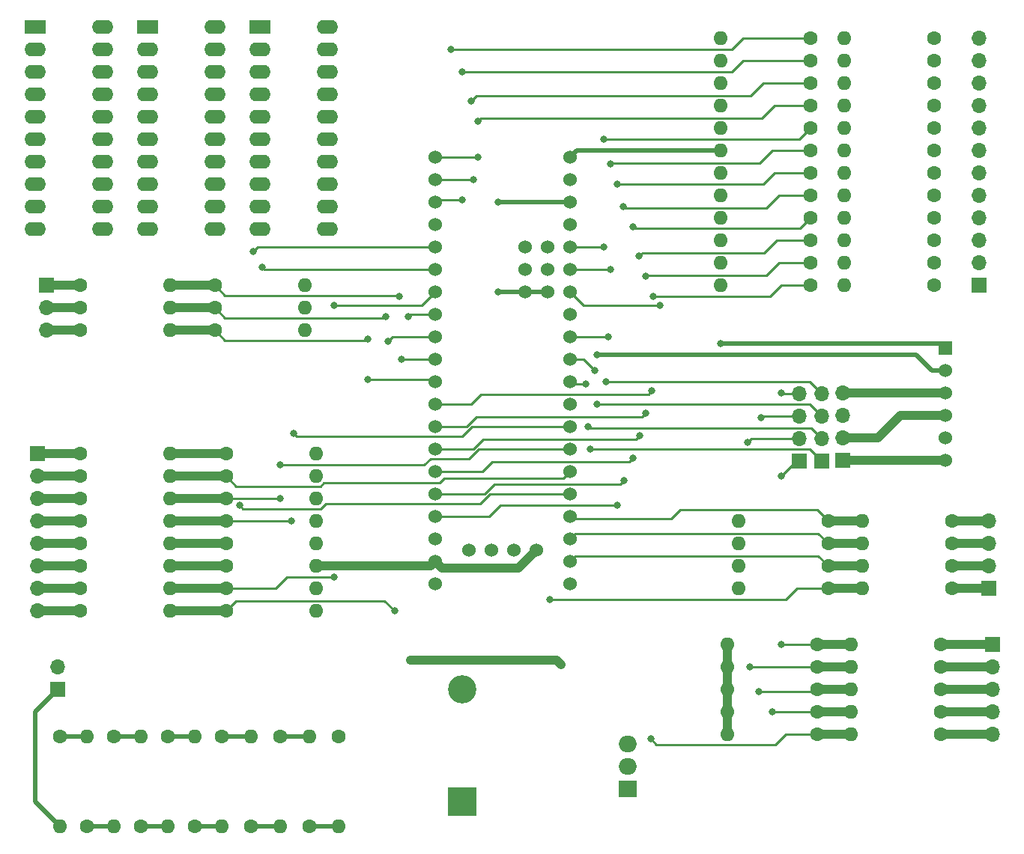
<source format=gbr>
%TF.GenerationSoftware,KiCad,Pcbnew,5.1.6-c6e7f7d~86~ubuntu16.04.1*%
%TF.CreationDate,2020-10-27T22:16:19+00:00*%
%TF.ProjectId,ppstrace1,70707374-7261-4636-9531-2e6b69636164,rev?*%
%TF.SameCoordinates,Original*%
%TF.FileFunction,Copper,L2,Bot*%
%TF.FilePolarity,Positive*%
%FSLAX46Y46*%
G04 Gerber Fmt 4.6, Leading zero omitted, Abs format (unit mm)*
G04 Created by KiCad (PCBNEW 5.1.6-c6e7f7d~86~ubuntu16.04.1) date 2020-10-27 22:16:19*
%MOMM*%
%LPD*%
G01*
G04 APERTURE LIST*
%TA.AperFunction,ComponentPad*%
%ADD10O,2.400000X1.600000*%
%TD*%
%TA.AperFunction,ComponentPad*%
%ADD11R,2.400000X1.600000*%
%TD*%
%TA.AperFunction,ComponentPad*%
%ADD12O,1.600000X1.600000*%
%TD*%
%TA.AperFunction,ComponentPad*%
%ADD13C,1.600000*%
%TD*%
%TA.AperFunction,ComponentPad*%
%ADD14C,1.524000*%
%TD*%
%TA.AperFunction,ComponentPad*%
%ADD15O,2.000000X1.905000*%
%TD*%
%TA.AperFunction,ComponentPad*%
%ADD16R,2.000000X1.905000*%
%TD*%
%TA.AperFunction,ComponentPad*%
%ADD17O,1.700000X1.700000*%
%TD*%
%TA.AperFunction,ComponentPad*%
%ADD18R,1.700000X1.700000*%
%TD*%
%TA.AperFunction,ComponentPad*%
%ADD19O,3.200000X3.200000*%
%TD*%
%TA.AperFunction,ComponentPad*%
%ADD20R,3.200000X3.200000*%
%TD*%
%TA.AperFunction,ComponentPad*%
%ADD21R,1.524000X1.524000*%
%TD*%
%TA.AperFunction,ViaPad*%
%ADD22C,0.800000*%
%TD*%
%TA.AperFunction,Conductor*%
%ADD23C,1.000000*%
%TD*%
%TA.AperFunction,Conductor*%
%ADD24C,0.500000*%
%TD*%
%TA.AperFunction,Conductor*%
%ADD25C,0.250000*%
%TD*%
G04 APERTURE END LIST*
D10*
%TO.P,REF\u002A\u002A,20*%
%TO.N,N/C*%
X134620000Y-60960000D03*
%TO.P,REF\u002A\u002A,10*%
X127000000Y-83820000D03*
%TO.P,REF\u002A\u002A,19*%
X134620000Y-63500000D03*
%TO.P,REF\u002A\u002A,9*%
X127000000Y-81280000D03*
%TO.P,REF\u002A\u002A,18*%
X134620000Y-66040000D03*
%TO.P,REF\u002A\u002A,8*%
X127000000Y-78740000D03*
%TO.P,REF\u002A\u002A,17*%
X134620000Y-68580000D03*
%TO.P,REF\u002A\u002A,7*%
X127000000Y-76200000D03*
%TO.P,REF\u002A\u002A,16*%
X134620000Y-71120000D03*
%TO.P,REF\u002A\u002A,6*%
X127000000Y-73660000D03*
%TO.P,REF\u002A\u002A,15*%
X134620000Y-73660000D03*
%TO.P,REF\u002A\u002A,5*%
X127000000Y-71120000D03*
%TO.P,REF\u002A\u002A,14*%
X134620000Y-76200000D03*
%TO.P,REF\u002A\u002A,4*%
X127000000Y-68580000D03*
%TO.P,REF\u002A\u002A,13*%
X134620000Y-78740000D03*
%TO.P,REF\u002A\u002A,3*%
X127000000Y-66040000D03*
%TO.P,REF\u002A\u002A,12*%
X134620000Y-81280000D03*
%TO.P,REF\u002A\u002A,2*%
X127000000Y-63500000D03*
%TO.P,REF\u002A\u002A,11*%
X134620000Y-83820000D03*
D11*
%TO.P,REF\u002A\u002A,1*%
X127000000Y-60960000D03*
%TD*%
D10*
%TO.P,REF\u002A\u002A,20*%
%TO.N,N/C*%
X121920000Y-60960000D03*
%TO.P,REF\u002A\u002A,10*%
X114300000Y-83820000D03*
%TO.P,REF\u002A\u002A,19*%
X121920000Y-63500000D03*
%TO.P,REF\u002A\u002A,9*%
X114300000Y-81280000D03*
%TO.P,REF\u002A\u002A,18*%
X121920000Y-66040000D03*
%TO.P,REF\u002A\u002A,8*%
X114300000Y-78740000D03*
%TO.P,REF\u002A\u002A,17*%
X121920000Y-68580000D03*
%TO.P,REF\u002A\u002A,7*%
X114300000Y-76200000D03*
%TO.P,REF\u002A\u002A,16*%
X121920000Y-71120000D03*
%TO.P,REF\u002A\u002A,6*%
X114300000Y-73660000D03*
%TO.P,REF\u002A\u002A,15*%
X121920000Y-73660000D03*
%TO.P,REF\u002A\u002A,5*%
X114300000Y-71120000D03*
%TO.P,REF\u002A\u002A,14*%
X121920000Y-76200000D03*
%TO.P,REF\u002A\u002A,4*%
X114300000Y-68580000D03*
%TO.P,REF\u002A\u002A,13*%
X121920000Y-78740000D03*
%TO.P,REF\u002A\u002A,3*%
X114300000Y-66040000D03*
%TO.P,REF\u002A\u002A,12*%
X121920000Y-81280000D03*
%TO.P,REF\u002A\u002A,2*%
X114300000Y-63500000D03*
%TO.P,REF\u002A\u002A,11*%
X121920000Y-83820000D03*
D11*
%TO.P,REF\u002A\u002A,1*%
X114300000Y-60960000D03*
%TD*%
D10*
%TO.P,REF\u002A\u002A,20*%
%TO.N,N/C*%
X109220000Y-60960000D03*
%TO.P,REF\u002A\u002A,10*%
X101600000Y-83820000D03*
%TO.P,REF\u002A\u002A,19*%
X109220000Y-63500000D03*
%TO.P,REF\u002A\u002A,9*%
X101600000Y-81280000D03*
%TO.P,REF\u002A\u002A,18*%
X109220000Y-66040000D03*
%TO.P,REF\u002A\u002A,8*%
X101600000Y-78740000D03*
%TO.P,REF\u002A\u002A,17*%
X109220000Y-68580000D03*
%TO.P,REF\u002A\u002A,7*%
X101600000Y-76200000D03*
%TO.P,REF\u002A\u002A,16*%
X109220000Y-71120000D03*
%TO.P,REF\u002A\u002A,6*%
X101600000Y-73660000D03*
%TO.P,REF\u002A\u002A,15*%
X109220000Y-73660000D03*
%TO.P,REF\u002A\u002A,5*%
X101600000Y-71120000D03*
%TO.P,REF\u002A\u002A,14*%
X109220000Y-76200000D03*
%TO.P,REF\u002A\u002A,4*%
X101600000Y-68580000D03*
%TO.P,REF\u002A\u002A,13*%
X109220000Y-78740000D03*
%TO.P,REF\u002A\u002A,3*%
X101600000Y-66040000D03*
%TO.P,REF\u002A\u002A,12*%
X109220000Y-81280000D03*
%TO.P,REF\u002A\u002A,2*%
X101600000Y-63500000D03*
%TO.P,REF\u002A\u002A,11*%
X109220000Y-83820000D03*
D11*
%TO.P,REF\u002A\u002A,1*%
X101600000Y-60960000D03*
%TD*%
D12*
%TO.P,R75,2*%
%TO.N,GND*%
X132080000Y-90170000D03*
D13*
%TO.P,R75,1*%
%TO.N,ICLKA*%
X121920000Y-90170000D03*
%TD*%
D12*
%TO.P,R74,2*%
%TO.N,ICLKA*%
X116840000Y-90170000D03*
D13*
%TO.P,R74,1*%
%TO.N,CLKA*%
X106680000Y-90170000D03*
%TD*%
D12*
%TO.P,R73,2*%
%TO.N,GND*%
X179832000Y-140970000D03*
D13*
%TO.P,R73,1*%
%TO.N,IX5*%
X189992000Y-140970000D03*
%TD*%
D12*
%TO.P,R72,2*%
%TO.N,IX5*%
X193802000Y-140970000D03*
D13*
%TO.P,R72,1*%
%TO.N,X5*%
X203962000Y-140970000D03*
%TD*%
D12*
%TO.P,R71,2*%
%TO.N,GND*%
X132080000Y-92710000D03*
D13*
%TO.P,R71,1*%
%TO.N,ICLKB*%
X121920000Y-92710000D03*
%TD*%
D12*
%TO.P,R70,2*%
%TO.N,ICLKB*%
X116840000Y-92710000D03*
D13*
%TO.P,R70,1*%
%TO.N,CLKB*%
X106680000Y-92710000D03*
%TD*%
D12*
%TO.P,R69,2*%
%TO.N,GND*%
X179832000Y-138430000D03*
D13*
%TO.P,R69,1*%
%TO.N,IX4*%
X189992000Y-138430000D03*
%TD*%
D12*
%TO.P,R68,2*%
%TO.N,IX4*%
X193802000Y-138430000D03*
D13*
%TO.P,R68,1*%
%TO.N,X4*%
X203962000Y-138430000D03*
%TD*%
D12*
%TO.P,R67,2*%
%TO.N,GND*%
X179832000Y-135890000D03*
D13*
%TO.P,R67,1*%
%TO.N,IX3*%
X189992000Y-135890000D03*
%TD*%
D12*
%TO.P,R66,2*%
%TO.N,IX3*%
X193802000Y-135890000D03*
D13*
%TO.P,R66,1*%
%TO.N,X3*%
X203962000Y-135890000D03*
%TD*%
D12*
%TO.P,R65,2*%
%TO.N,GND*%
X179832000Y-133350000D03*
D13*
%TO.P,R65,1*%
%TO.N,IX2*%
X189992000Y-133350000D03*
%TD*%
D12*
%TO.P,R64,2*%
%TO.N,IX2*%
X193802000Y-133350000D03*
D13*
%TO.P,R64,1*%
%TO.N,X2*%
X203962000Y-133350000D03*
%TD*%
D12*
%TO.P,R63,2*%
%TO.N,GND*%
X132080000Y-95250000D03*
D13*
%TO.P,R63,1*%
%TO.N,IWIO*%
X121920000Y-95250000D03*
%TD*%
D12*
%TO.P,R62,2*%
%TO.N,IWIO*%
X116840000Y-95250000D03*
D13*
%TO.P,R62,1*%
%TO.N,WIO*%
X106680000Y-95250000D03*
%TD*%
D12*
%TO.P,R61,2*%
%TO.N,GND*%
X179832000Y-130810000D03*
D13*
%TO.P,R61,1*%
%TO.N,IX1*%
X189992000Y-130810000D03*
%TD*%
D12*
%TO.P,R60,2*%
%TO.N,IX1*%
X193802000Y-130810000D03*
D13*
%TO.P,R60,1*%
%TO.N,X1*%
X203962000Y-130810000D03*
%TD*%
D12*
%TO.P,R59,2*%
%TO.N,GND*%
X181102000Y-116840000D03*
D13*
%TO.P,R59,1*%
%TO.N,IDO4*%
X191262000Y-116840000D03*
%TD*%
D12*
%TO.P,R58,2*%
%TO.N,IDO4*%
X195072000Y-116840000D03*
D13*
%TO.P,R58,1*%
%TO.N,DO4*%
X205232000Y-116840000D03*
%TD*%
D12*
%TO.P,R57,2*%
%TO.N,GND*%
X181102000Y-119380000D03*
D13*
%TO.P,R57,1*%
%TO.N,IDO3*%
X191262000Y-119380000D03*
%TD*%
D12*
%TO.P,R56,2*%
%TO.N,IDO3*%
X195072000Y-119380000D03*
D13*
%TO.P,R56,1*%
%TO.N,DO3*%
X205232000Y-119380000D03*
%TD*%
D12*
%TO.P,R55,2*%
%TO.N,GND*%
X181102000Y-121920000D03*
D13*
%TO.P,R55,1*%
%TO.N,IDO2*%
X191262000Y-121920000D03*
%TD*%
D12*
%TO.P,R54,2*%
%TO.N,IDO2*%
X195072000Y-121920000D03*
D13*
%TO.P,R54,1*%
%TO.N,DO2*%
X205232000Y-121920000D03*
%TD*%
D12*
%TO.P,R53,2*%
%TO.N,GND*%
X181102000Y-124460000D03*
D13*
%TO.P,R53,1*%
%TO.N,IDO1*%
X191262000Y-124460000D03*
%TD*%
D12*
%TO.P,R52,2*%
%TO.N,IDO1*%
X195072000Y-124460000D03*
D13*
%TO.P,R52,1*%
%TO.N,DO1*%
X205232000Y-124460000D03*
%TD*%
D12*
%TO.P,R51,2*%
%TO.N,GND*%
X133350000Y-127000000D03*
D13*
%TO.P,R51,1*%
%TO.N,ID8*%
X123190000Y-127000000D03*
%TD*%
D12*
%TO.P,R50,2*%
%TO.N,ID8*%
X116840000Y-127000000D03*
D13*
%TO.P,R50,1*%
%TO.N,D8*%
X106680000Y-127000000D03*
%TD*%
D12*
%TO.P,R49,2*%
%TO.N,GND*%
X133350000Y-119380000D03*
D13*
%TO.P,R49,1*%
%TO.N,ID5*%
X123190000Y-119380000D03*
%TD*%
D12*
%TO.P,R48,2*%
%TO.N,ID5*%
X116840000Y-119380000D03*
D13*
%TO.P,R48,1*%
%TO.N,D5*%
X106680000Y-119380000D03*
%TD*%
D12*
%TO.P,R47,2*%
%TO.N,GND*%
X133350000Y-116840000D03*
D13*
%TO.P,R47,1*%
%TO.N,ID4*%
X123190000Y-116840000D03*
%TD*%
D12*
%TO.P,R46,2*%
%TO.N,ID4*%
X116840000Y-116840000D03*
D13*
%TO.P,R46,1*%
%TO.N,D4*%
X106680000Y-116840000D03*
%TD*%
D12*
%TO.P,R45,2*%
%TO.N,GND*%
X133350000Y-124460000D03*
D13*
%TO.P,R45,1*%
%TO.N,ID7*%
X123190000Y-124460000D03*
%TD*%
D12*
%TO.P,R44,2*%
%TO.N,ID7*%
X116840000Y-124460000D03*
D13*
%TO.P,R44,1*%
%TO.N,D7*%
X106680000Y-124460000D03*
%TD*%
D12*
%TO.P,R43,2*%
%TO.N,GND*%
X133350000Y-121920000D03*
D13*
%TO.P,R43,1*%
%TO.N,ID6*%
X123190000Y-121920000D03*
%TD*%
D12*
%TO.P,R42,2*%
%TO.N,ID6*%
X116840000Y-121920000D03*
D13*
%TO.P,R42,1*%
%TO.N,D6*%
X106680000Y-121920000D03*
%TD*%
D12*
%TO.P,R41,2*%
%TO.N,GND*%
X133350000Y-114300000D03*
D13*
%TO.P,R41,1*%
%TO.N,ID3*%
X123190000Y-114300000D03*
%TD*%
D12*
%TO.P,R40,2*%
%TO.N,ID3*%
X116840000Y-114300000D03*
D13*
%TO.P,R40,1*%
%TO.N,D3*%
X106680000Y-114300000D03*
%TD*%
D12*
%TO.P,R39,2*%
%TO.N,GND*%
X133350000Y-109220000D03*
D13*
%TO.P,R39,1*%
%TO.N,ID1*%
X123190000Y-109220000D03*
%TD*%
D12*
%TO.P,R38,2*%
%TO.N,ID1*%
X116840000Y-109220000D03*
D13*
%TO.P,R38,1*%
%TO.N,D1*%
X106680000Y-109220000D03*
%TD*%
D12*
%TO.P,R37,2*%
%TO.N,GND*%
X179070000Y-62230000D03*
D13*
%TO.P,R37,1*%
%TO.N,IA12*%
X189230000Y-62230000D03*
%TD*%
D12*
%TO.P,R36,2*%
%TO.N,IA12*%
X193040000Y-62230000D03*
D13*
%TO.P,R36,1*%
%TO.N,A12*%
X203200000Y-62230000D03*
%TD*%
D12*
%TO.P,R35,2*%
%TO.N,GND*%
X179070000Y-64770000D03*
D13*
%TO.P,R35,1*%
%TO.N,IA11*%
X189230000Y-64770000D03*
%TD*%
D12*
%TO.P,R34,2*%
%TO.N,IA11*%
X193040000Y-64770000D03*
D13*
%TO.P,R34,1*%
%TO.N,A11*%
X203200000Y-64770000D03*
%TD*%
D12*
%TO.P,R33,2*%
%TO.N,GND*%
X133350000Y-111760000D03*
D13*
%TO.P,R33,1*%
%TO.N,ID2*%
X123190000Y-111760000D03*
%TD*%
D12*
%TO.P,R32,2*%
%TO.N,ID2*%
X116840000Y-111760000D03*
D13*
%TO.P,R32,1*%
%TO.N,D2*%
X106680000Y-111760000D03*
%TD*%
D12*
%TO.P,R31,2*%
%TO.N,GND*%
X179070000Y-67310000D03*
D13*
%TO.P,R31,1*%
%TO.N,IA10*%
X189230000Y-67310000D03*
%TD*%
D12*
%TO.P,R30,2*%
%TO.N,IA10*%
X193040000Y-67310000D03*
D13*
%TO.P,R30,1*%
%TO.N,A10*%
X203200000Y-67310000D03*
%TD*%
D12*
%TO.P,R29,2*%
%TO.N,GND*%
X179070000Y-69850000D03*
D13*
%TO.P,R29,1*%
%TO.N,IA9*%
X189230000Y-69850000D03*
%TD*%
D12*
%TO.P,R28,2*%
%TO.N,IA9*%
X193040000Y-69850000D03*
D13*
%TO.P,R28,1*%
%TO.N,A9*%
X203200000Y-69850000D03*
%TD*%
D12*
%TO.P,R27,2*%
%TO.N,GND*%
X179070000Y-72390000D03*
D13*
%TO.P,R27,1*%
%TO.N,IA8*%
X189230000Y-72390000D03*
%TD*%
D12*
%TO.P,R26,2*%
%TO.N,IA8*%
X193040000Y-72390000D03*
D13*
%TO.P,R26,1*%
%TO.N,A8*%
X203200000Y-72390000D03*
%TD*%
D12*
%TO.P,R25,2*%
%TO.N,GND*%
X179070000Y-74930000D03*
D13*
%TO.P,R25,1*%
%TO.N,IA7*%
X189230000Y-74930000D03*
%TD*%
D12*
%TO.P,R24,2*%
%TO.N,IA7*%
X193040000Y-74930000D03*
D13*
%TO.P,R24,1*%
%TO.N,A7*%
X203200000Y-74930000D03*
%TD*%
D12*
%TO.P,R23,2*%
%TO.N,GND*%
X179070000Y-77470000D03*
D13*
%TO.P,R23,1*%
%TO.N,IA6*%
X189230000Y-77470000D03*
%TD*%
D12*
%TO.P,R22,2*%
%TO.N,IA6*%
X193040000Y-77470000D03*
D13*
%TO.P,R22,1*%
%TO.N,A6*%
X203200000Y-77470000D03*
%TD*%
D12*
%TO.P,R21,2*%
%TO.N,GND*%
X179070000Y-80010000D03*
D13*
%TO.P,R21,1*%
%TO.N,IA5*%
X189230000Y-80010000D03*
%TD*%
D12*
%TO.P,R20,2*%
%TO.N,IA5*%
X193040000Y-80010000D03*
D13*
%TO.P,R20,1*%
%TO.N,A5*%
X203200000Y-80010000D03*
%TD*%
D12*
%TO.P,R19,2*%
%TO.N,GND*%
X179070000Y-82550000D03*
D13*
%TO.P,R19,1*%
%TO.N,IA4*%
X189230000Y-82550000D03*
%TD*%
D12*
%TO.P,R18,2*%
%TO.N,IA4*%
X193040000Y-82550000D03*
D13*
%TO.P,R18,1*%
%TO.N,A4*%
X203200000Y-82550000D03*
%TD*%
D12*
%TO.P,R17,2*%
%TO.N,GND*%
X179070000Y-85090000D03*
D13*
%TO.P,R17,1*%
%TO.N,IA3*%
X189230000Y-85090000D03*
%TD*%
D12*
%TO.P,R16,2*%
%TO.N,IA3*%
X193040000Y-85090000D03*
D13*
%TO.P,R16,1*%
%TO.N,A3*%
X203200000Y-85090000D03*
%TD*%
D12*
%TO.P,R15,2*%
%TO.N,GND*%
X179070000Y-87630000D03*
D13*
%TO.P,R15,1*%
%TO.N,IA2*%
X189230000Y-87630000D03*
%TD*%
D12*
%TO.P,R14,2*%
%TO.N,IA2*%
X193040000Y-87630000D03*
D13*
%TO.P,R14,1*%
%TO.N,A2*%
X203200000Y-87630000D03*
%TD*%
D12*
%TO.P,R13,2*%
%TO.N,GND*%
X179070000Y-90170000D03*
D13*
%TO.P,R13,1*%
%TO.N,IA1*%
X189230000Y-90170000D03*
%TD*%
D12*
%TO.P,R12,2*%
%TO.N,IA1*%
X193040000Y-90170000D03*
D13*
%TO.P,R12,1*%
%TO.N,A1*%
X203200000Y-90170000D03*
%TD*%
D12*
%TO.P,R10,2*%
%TO.N,Net-(R10-Pad2)*%
X132588000Y-141224000D03*
D13*
%TO.P,R10,1*%
%TO.N,Net-(R10-Pad1)*%
X132588000Y-151384000D03*
%TD*%
D12*
%TO.P,R9,2*%
%TO.N,Net-(R8-Pad1)*%
X129286000Y-151384000D03*
D13*
%TO.P,R9,1*%
%TO.N,Net-(R10-Pad2)*%
X129286000Y-141224000D03*
%TD*%
D12*
%TO.P,R8,2*%
%TO.N,Net-(R7-Pad1)*%
X125984000Y-141224000D03*
D13*
%TO.P,R8,1*%
%TO.N,Net-(R8-Pad1)*%
X125984000Y-151384000D03*
%TD*%
D12*
%TO.P,R7,2*%
%TO.N,Net-(R6-Pad1)*%
X122682000Y-151384000D03*
D13*
%TO.P,R7,1*%
%TO.N,Net-(R7-Pad1)*%
X122682000Y-141224000D03*
%TD*%
D12*
%TO.P,R6,2*%
%TO.N,Net-(R5-Pad1)*%
X119634000Y-141224000D03*
D13*
%TO.P,R6,1*%
%TO.N,Net-(R6-Pad1)*%
X119634000Y-151384000D03*
%TD*%
D12*
%TO.P,R5,2*%
%TO.N,Net-(R4-Pad1)*%
X116586000Y-151384000D03*
D13*
%TO.P,R5,1*%
%TO.N,Net-(R5-Pad1)*%
X116586000Y-141224000D03*
%TD*%
D12*
%TO.P,R4,2*%
%TO.N,Net-(R3-Pad1)*%
X113538000Y-141224000D03*
D13*
%TO.P,R4,1*%
%TO.N,Net-(R4-Pad1)*%
X113538000Y-151384000D03*
%TD*%
D12*
%TO.P,R3,2*%
%TO.N,Net-(R2-Pad1)*%
X110490000Y-151384000D03*
D13*
%TO.P,R3,1*%
%TO.N,Net-(R3-Pad1)*%
X110490000Y-141224000D03*
%TD*%
D12*
%TO.P,R11,2*%
%TO.N,Net-(R10-Pad1)*%
X135890000Y-151384000D03*
D13*
%TO.P,R11,1*%
%TO.N,Net-(C1-Pad1)*%
X135890000Y-141224000D03*
%TD*%
D12*
%TO.P,R2,2*%
%TO.N,Net-(R1-Pad1)*%
X107442000Y-141224000D03*
D13*
%TO.P,R2,1*%
%TO.N,Net-(R2-Pad1)*%
X107442000Y-151384000D03*
%TD*%
D12*
%TO.P,R1,2*%
%TO.N,Net-(J1-Pad1)*%
X104394000Y-151384000D03*
D13*
%TO.P,R1,1*%
%TO.N,Net-(R1-Pad1)*%
X104394000Y-141224000D03*
%TD*%
D14*
%TO.P,U1,5V*%
%TO.N,+5V*%
X146812000Y-118872000D03*
%TO.P,U1,3V3*%
%TO.N,+3V3*%
X156972000Y-90932000D03*
%TO.P,U1,PB2*%
%TO.N,N/C*%
X156972000Y-88392000D03*
%TO.P,U1,G*%
%TO.N,GND*%
X156972000Y-85852000D03*
%TO.P,U1,3V3*%
%TO.N,+3V3*%
X159512000Y-90932000D03*
%TO.P,U1,BOOT*%
%TO.N,N/C*%
X159512000Y-88392000D03*
%TO.P,U1,G*%
%TO.N,GND*%
X159512000Y-85852000D03*
X158242000Y-120142000D03*
%TO.P,U1,PA14*%
%TO.N,N/C*%
X155702000Y-120142000D03*
%TO.P,U1,PA13*%
X153162000Y-120142000D03*
%TO.P,U1,3V3*%
%TO.N,+3V3*%
X150622000Y-120142000D03*
%TO.P,U1,G*%
%TO.N,GND*%
X162052000Y-75692000D03*
X162052000Y-78232000D03*
%TO.P,U1,3V3*%
%TO.N,+3V3*%
X162052000Y-80772000D03*
%TO.P,U1,NRST*%
%TO.N,N/C*%
X162052000Y-83312000D03*
%TO.P,U1,PB11*%
%TO.N,IA8*%
X162052000Y-85852000D03*
%TO.P,U1,PB10*%
%TO.N,IA7*%
X162052000Y-88392000D03*
%TO.P,U1,PB1*%
%TO.N,IX5*%
X162052000Y-90932000D03*
%TO.P,U1,PB0*%
%TO.N,IDO1*%
X162052000Y-93472000D03*
%TO.P,U1,PA7*%
%TO.N,Net-(J9-Pad4)*%
X162052000Y-96012000D03*
%TO.P,U1,PA6*%
%TO.N,Net-(J9-Pad3)*%
X162052000Y-98552000D03*
%TO.P,U1,PA5*%
%TO.N,Net-(J9-Pad2)*%
X162052000Y-101092000D03*
%TO.P,U1,PA4*%
%TO.N,Net-(J9-Pad1)*%
X162052000Y-103632000D03*
%TO.P,U1,PA3*%
%TO.N,ID4*%
X162052000Y-106172000D03*
%TO.P,U1,PA2*%
%TO.N,ID3*%
X162052000Y-108712000D03*
%TO.P,U1,PA1*%
%TO.N,ID2*%
X162052000Y-111252000D03*
%TO.P,U1,PA0*%
%TO.N,ID1*%
X162052000Y-113792000D03*
%TO.P,U1,PC15*%
%TO.N,IDO4*%
X162052000Y-116332000D03*
%TO.P,U1,PC14*%
%TO.N,IDO3*%
X162052000Y-118872000D03*
%TO.P,U1,PC13*%
%TO.N,IDO2*%
X162052000Y-121412000D03*
%TO.P,U1,VBAT*%
%TO.N,N/C*%
X162052000Y-123952000D03*
%TO.P,U1,3V3*%
%TO.N,+3V3*%
X146812000Y-123952000D03*
%TO.P,U1,G*%
%TO.N,GND*%
X146812000Y-121412000D03*
%TO.P,U1,PB9*%
%TO.N,IA6*%
X146812000Y-116332000D03*
%TO.P,U1,PB8*%
%TO.N,IA5*%
X146812000Y-113792000D03*
%TO.P,U1,PB7*%
%TO.N,IA4*%
X146812000Y-111252000D03*
%TO.P,U1,PB6*%
%TO.N,IA3*%
X146812000Y-108712000D03*
%TO.P,U1,PB5*%
%TO.N,IA2*%
X146812000Y-106172000D03*
%TO.P,U1,PB4*%
%TO.N,IA1*%
X146812000Y-103632000D03*
%TO.P,U1,PB3*%
%TO.N,IWIO*%
X146812000Y-101092000D03*
%TO.P,U1,PA15*%
%TO.N,ICLKA*%
X146812000Y-98552000D03*
%TO.P,U1,PA12*%
%TO.N,ICLKB*%
X146812000Y-96012000D03*
%TO.P,U1,PA11*%
%TO.N,ID8*%
X146812000Y-93472000D03*
%TO.P,U1,PA10*%
%TO.N,ID7*%
X146812000Y-90932000D03*
%TO.P,U1,PA9*%
%TO.N,ID6*%
X146812000Y-88392000D03*
%TO.P,U1,PA8*%
%TO.N,ID5*%
X146812000Y-85852000D03*
%TO.P,U1,PB15*%
%TO.N,IA12*%
X146812000Y-83312000D03*
%TO.P,U1,PB14*%
%TO.N,IA11*%
X146812000Y-80772000D03*
%TO.P,U1,PB13*%
%TO.N,IA10*%
X146812000Y-78232000D03*
%TO.P,U1,PB12*%
%TO.N,IA9*%
X146812000Y-75692000D03*
%TD*%
D15*
%TO.P,U2,3*%
%TO.N,+5V*%
X168605200Y-142011400D03*
%TO.P,U2,2*%
%TO.N,GND*%
X168605200Y-144551400D03*
D16*
%TO.P,U2,1*%
%TO.N,Net-(C1-Pad1)*%
X168605200Y-147091400D03*
%TD*%
D17*
%TO.P,J9,4*%
%TO.N,Net-(J9-Pad4)*%
X190500000Y-102438200D03*
%TO.P,J9,3*%
%TO.N,Net-(J9-Pad3)*%
X190500000Y-104978200D03*
%TO.P,J9,2*%
%TO.N,Net-(J9-Pad2)*%
X190500000Y-107518200D03*
D18*
%TO.P,J9,1*%
%TO.N,Net-(J9-Pad1)*%
X190500000Y-110058200D03*
%TD*%
D17*
%TO.P,J8,4*%
%TO.N,Net-(A1-Pad3)*%
X192913000Y-102362000D03*
%TO.P,J8,3*%
%TO.N,Net-(A1-Pad5)*%
X192913000Y-104902000D03*
%TO.P,J8,2*%
%TO.N,Net-(A1-Pad4)*%
X192913000Y-107442000D03*
D18*
%TO.P,J8,1*%
%TO.N,Net-(A1-Pad6)*%
X192913000Y-109982000D03*
%TD*%
D17*
%TO.P,J7,4*%
%TO.N,IX4*%
X187960000Y-102438200D03*
%TO.P,J7,3*%
%TO.N,IX3*%
X187960000Y-104978200D03*
%TO.P,J7,2*%
%TO.N,IX2*%
X187960000Y-107518200D03*
D18*
%TO.P,J7,1*%
%TO.N,IX1*%
X187960000Y-110058200D03*
%TD*%
D17*
%TO.P,J6,5*%
%TO.N,X5*%
X209804000Y-140970000D03*
%TO.P,J6,4*%
%TO.N,X4*%
X209804000Y-138430000D03*
%TO.P,J6,3*%
%TO.N,X3*%
X209804000Y-135890000D03*
%TO.P,J6,2*%
%TO.N,X2*%
X209804000Y-133350000D03*
D18*
%TO.P,J6,1*%
%TO.N,X1*%
X209804000Y-130810000D03*
%TD*%
D17*
%TO.P,J5,3*%
%TO.N,WIO*%
X102870000Y-95250000D03*
%TO.P,J5,2*%
%TO.N,CLKB*%
X102870000Y-92710000D03*
D18*
%TO.P,J5,1*%
%TO.N,CLKA*%
X102870000Y-90170000D03*
%TD*%
D17*
%TO.P,J4,4*%
%TO.N,DO4*%
X209397600Y-116840000D03*
%TO.P,J4,3*%
%TO.N,DO3*%
X209397600Y-119380000D03*
%TO.P,J4,2*%
%TO.N,DO2*%
X209397600Y-121920000D03*
D18*
%TO.P,J4,1*%
%TO.N,DO1*%
X209397600Y-124460000D03*
%TD*%
D17*
%TO.P,J1,2*%
%TO.N,GND*%
X104140000Y-133350000D03*
D18*
%TO.P,J1,1*%
%TO.N,Net-(J1-Pad1)*%
X104140000Y-135890000D03*
%TD*%
D17*
%TO.P,J3,12*%
%TO.N,A12*%
X208280000Y-62230000D03*
%TO.P,J3,11*%
%TO.N,A11*%
X208280000Y-64770000D03*
%TO.P,J3,10*%
%TO.N,A10*%
X208280000Y-67310000D03*
%TO.P,J3,9*%
%TO.N,A9*%
X208280000Y-69850000D03*
%TO.P,J3,8*%
%TO.N,A8*%
X208280000Y-72390000D03*
%TO.P,J3,7*%
%TO.N,A7*%
X208280000Y-74930000D03*
%TO.P,J3,6*%
%TO.N,A6*%
X208280000Y-77470000D03*
%TO.P,J3,5*%
%TO.N,A5*%
X208280000Y-80010000D03*
%TO.P,J3,4*%
%TO.N,A4*%
X208280000Y-82550000D03*
%TO.P,J3,3*%
%TO.N,A3*%
X208280000Y-85090000D03*
%TO.P,J3,2*%
%TO.N,A2*%
X208280000Y-87630000D03*
D18*
%TO.P,J3,1*%
%TO.N,A1*%
X208280000Y-90170000D03*
%TD*%
D17*
%TO.P,J2,8*%
%TO.N,D8*%
X101879400Y-127000000D03*
%TO.P,J2,7*%
%TO.N,D7*%
X101879400Y-124460000D03*
%TO.P,J2,6*%
%TO.N,D6*%
X101879400Y-121920000D03*
%TO.P,J2,5*%
%TO.N,D5*%
X101879400Y-119380000D03*
%TO.P,J2,4*%
%TO.N,D4*%
X101879400Y-116840000D03*
%TO.P,J2,3*%
%TO.N,D3*%
X101879400Y-114300000D03*
%TO.P,J2,2*%
%TO.N,D2*%
X101879400Y-111760000D03*
D18*
%TO.P,J2,1*%
%TO.N,D1*%
X101879400Y-109220000D03*
%TD*%
D19*
%TO.P,D1,2*%
%TO.N,GND*%
X149860000Y-135890000D03*
D20*
%TO.P,D1,1*%
%TO.N,Net-(C1-Pad1)*%
X149860000Y-148590000D03*
%TD*%
D14*
%TO.P,A1,6*%
%TO.N,Net-(A1-Pad6)*%
X204470000Y-109982000D03*
%TO.P,A1,5*%
%TO.N,Net-(A1-Pad5)*%
X204470000Y-107442000D03*
%TO.P,A1,4*%
%TO.N,Net-(A1-Pad4)*%
X204470000Y-104902000D03*
%TO.P,A1,3*%
%TO.N,Net-(A1-Pad3)*%
X204470000Y-102362000D03*
%TO.P,A1,2*%
%TO.N,+3V3*%
X204470000Y-99822000D03*
D21*
%TO.P,A1,1*%
%TO.N,GND*%
X204470000Y-97282000D03*
%TD*%
D22*
%TO.N,+3V3*%
X153924000Y-80772000D03*
X153924000Y-90932000D03*
X165100000Y-98044000D03*
%TO.N,GND*%
X179070000Y-96774000D03*
%TO.N,+5V*%
X144018000Y-132588000D03*
X161036000Y-133096000D03*
%TO.N,IX4*%
X185928000Y-102362000D03*
X184912000Y-138430000D03*
%TO.N,IX3*%
X183642000Y-105156000D03*
X183388000Y-136144000D03*
%TO.N,IX2*%
X182118000Y-107950000D03*
X182372000Y-133350000D03*
%TO.N,IX1*%
X185928000Y-111760000D03*
X185928000Y-130810000D03*
%TO.N,Net-(J9-Pad4)*%
X166116000Y-101092000D03*
X166370000Y-96012000D03*
%TO.N,Net-(J9-Pad3)*%
X165100000Y-103632000D03*
X164846000Y-99822000D03*
%TO.N,Net-(J9-Pad2)*%
X164084000Y-106172000D03*
X163830000Y-101346000D03*
%TO.N,Net-(J9-Pad1)*%
X164338000Y-108712000D03*
%TO.N,IA1*%
X171450000Y-91440000D03*
X171339000Y-102108000D03*
%TO.N,IA2*%
X170614000Y-89154000D03*
X170614000Y-104648000D03*
%TO.N,IA3*%
X169889000Y-86868000D03*
X169926000Y-107188000D03*
%TO.N,IA4*%
X169164000Y-83566000D03*
X169164000Y-109728000D03*
%TO.N,IA5*%
X168111000Y-81280000D03*
X168148000Y-112268000D03*
%TO.N,IA6*%
X167386000Y-78740000D03*
X167386000Y-115062000D03*
%TO.N,IA7*%
X166624000Y-76454000D03*
X166624000Y-88392000D03*
%TO.N,IA8*%
X165862000Y-73660000D03*
X165862000Y-85852000D03*
%TO.N,IA9*%
X151638000Y-71628000D03*
X151638000Y-75692000D03*
%TO.N,IA10*%
X150876000Y-69342000D03*
X151130000Y-78232000D03*
%TO.N,IA11*%
X149860000Y-66040000D03*
X149860000Y-80518000D03*
%TO.N,IA12*%
X148590000Y-63500000D03*
%TO.N,ID1*%
X124714000Y-115062000D03*
%TO.N,ID3*%
X129286000Y-110490000D03*
X129286000Y-114300000D03*
%TO.N,ID6*%
X127254000Y-88138000D03*
%TO.N,ID7*%
X135382000Y-92456000D03*
X135382000Y-123190000D03*
%TO.N,ID4*%
X130810000Y-106934000D03*
X130556000Y-116840000D03*
%TO.N,ID5*%
X126238000Y-86360000D03*
%TO.N,ID8*%
X143764000Y-93726000D03*
X142240000Y-127000000D03*
%TO.N,IDO1*%
X159766000Y-125730000D03*
%TO.N,IWIO*%
X139192000Y-96266000D03*
X139192000Y-100838000D03*
%TO.N,ICLKB*%
X141224000Y-93726000D03*
X141478000Y-96520000D03*
%TO.N,IX5*%
X171196000Y-141478000D03*
X172212000Y-92456000D03*
%TO.N,ICLKA*%
X142748000Y-91440000D03*
X143002000Y-98552000D03*
%TD*%
D23*
%TO.N,Net-(A1-Pad6)*%
X204470000Y-109982000D02*
X192913000Y-109982000D01*
%TO.N,Net-(A1-Pad4)*%
X192913000Y-107442000D02*
X196850000Y-107442000D01*
X199390000Y-104902000D02*
X204470000Y-104902000D01*
X196850000Y-107442000D02*
X199390000Y-104902000D01*
%TO.N,Net-(A1-Pad3)*%
X192913000Y-102362000D02*
X204470000Y-102362000D01*
D24*
%TO.N,+3V3*%
X162052000Y-80772000D02*
X153924000Y-80772000D01*
X153924000Y-90932000D02*
X156972000Y-90932000D01*
X156972000Y-90932000D02*
X159512000Y-90932000D01*
X204470000Y-99822000D02*
X202946000Y-99822000D01*
X201168000Y-98044000D02*
X165100000Y-98044000D01*
X202946000Y-99822000D02*
X201168000Y-98044000D01*
D23*
%TO.N,GND*%
X179832000Y-130810000D02*
X179832000Y-140970000D01*
D24*
X162813999Y-74930001D02*
X162052000Y-75692000D01*
X179070000Y-74930000D02*
X162813999Y-74930001D01*
D23*
X146304000Y-121920000D02*
X146812000Y-121412000D01*
X133350000Y-121920000D02*
X146304000Y-121920000D01*
X156210001Y-122173999D02*
X158242000Y-120142000D01*
X147573999Y-122173999D02*
X156210001Y-122173999D01*
X146812000Y-121412000D02*
X147573999Y-122173999D01*
D24*
X179070000Y-96774000D02*
X203962000Y-96774000D01*
X203962000Y-96774000D02*
X204470000Y-97282000D01*
D23*
%TO.N,+5V*%
X160528000Y-132588000D02*
X161036000Y-133096000D01*
X144018000Y-132588000D02*
X160528000Y-132588000D01*
%TO.N,D8*%
X106680000Y-127000000D02*
X101879400Y-127000000D01*
%TO.N,D7*%
X101879400Y-124460000D02*
X106680000Y-124460000D01*
%TO.N,D6*%
X106680000Y-121920000D02*
X101879400Y-121920000D01*
%TO.N,D5*%
X101879400Y-119380000D02*
X106680000Y-119380000D01*
%TO.N,D4*%
X106680000Y-116840000D02*
X101879400Y-116840000D01*
%TO.N,D3*%
X106680000Y-114300000D02*
X101879400Y-114300000D01*
%TO.N,D2*%
X101879400Y-111760000D02*
X106680000Y-111760000D01*
%TO.N,D1*%
X106680000Y-109220000D02*
X101879400Y-109220000D01*
%TO.N,DO4*%
X209397600Y-116840000D02*
X205232000Y-116840000D01*
%TO.N,DO3*%
X205232000Y-119380000D02*
X209397600Y-119380000D01*
%TO.N,DO2*%
X209397600Y-121920000D02*
X205232000Y-121920000D01*
%TO.N,DO1*%
X205232000Y-124460000D02*
X209397600Y-124460000D01*
%TO.N,WIO*%
X106680000Y-95250000D02*
X102870000Y-95250000D01*
%TO.N,CLKB*%
X102870000Y-92710000D02*
X106680000Y-92710000D01*
%TO.N,CLKA*%
X102870000Y-90170000D02*
X106680000Y-90170000D01*
%TO.N,X5*%
X209804000Y-140970000D02*
X203962000Y-140970000D01*
%TO.N,X4*%
X203962000Y-138430000D02*
X209804000Y-138430000D01*
%TO.N,X3*%
X209804000Y-135890000D02*
X203962000Y-135890000D01*
%TO.N,X2*%
X203962000Y-133350000D02*
X209322001Y-133350000D01*
X209322001Y-133350000D02*
X209804000Y-133350000D01*
%TO.N,X1*%
X209804000Y-130810000D02*
X203962000Y-130810000D01*
%TO.N,IX4*%
X189992000Y-138430000D02*
X193802000Y-138430000D01*
D25*
X186004200Y-102438200D02*
X185928000Y-102362000D01*
X187960000Y-102438200D02*
X186004200Y-102438200D01*
X184912000Y-138430000D02*
X189992000Y-138430000D01*
D23*
%TO.N,IX3*%
X193802000Y-135890000D02*
X189992000Y-135890000D01*
D25*
X183819800Y-104978200D02*
X183642000Y-105156000D01*
X187960000Y-104978200D02*
X183819800Y-104978200D01*
X189738000Y-136144000D02*
X189992000Y-135890000D01*
X183388000Y-136144000D02*
X189738000Y-136144000D01*
D23*
%TO.N,IX2*%
X189992000Y-133350000D02*
X193802000Y-133350000D01*
D25*
X182549800Y-107518200D02*
X182118000Y-107950000D01*
X187960000Y-107518200D02*
X182549800Y-107518200D01*
X182372000Y-133350000D02*
X189992000Y-133350000D01*
D23*
%TO.N,IX1*%
X193802000Y-130810000D02*
X189992000Y-130810000D01*
D25*
X187629800Y-110058200D02*
X185928000Y-111760000D01*
X187960000Y-110058200D02*
X187629800Y-110058200D01*
X185928000Y-130810000D02*
X189992000Y-130810000D01*
%TO.N,Net-(J9-Pad4)*%
X189153800Y-101092000D02*
X166116000Y-101092000D01*
X190500000Y-102438200D02*
X189153800Y-101092000D01*
X166370000Y-96012000D02*
X162052000Y-96012000D01*
%TO.N,Net-(J9-Pad3)*%
X189153800Y-103632000D02*
X165100000Y-103632000D01*
X190500000Y-104978200D02*
X189153800Y-103632000D01*
X163576000Y-98552000D02*
X162052000Y-98552000D01*
X164846000Y-99822000D02*
X163576000Y-98552000D01*
%TO.N,Net-(J9-Pad2)*%
X189324999Y-106343199D02*
X164255199Y-106343199D01*
X164255199Y-106343199D02*
X164084000Y-106172000D01*
X190500000Y-107518200D02*
X189324999Y-106343199D01*
X162306000Y-101346000D02*
X162052000Y-101092000D01*
X163830000Y-101346000D02*
X162306000Y-101346000D01*
%TO.N,Net-(J9-Pad1)*%
X189153800Y-108712000D02*
X164338000Y-108712000D01*
X190500000Y-110058200D02*
X189153800Y-108712000D01*
D24*
%TO.N,Net-(R1-Pad1)*%
X104394000Y-141224000D02*
X107442000Y-141224000D01*
%TO.N,Net-(R2-Pad1)*%
X107442000Y-151384000D02*
X110490000Y-151384000D01*
%TO.N,Net-(R4-Pad1)*%
X113538000Y-151384000D02*
X116586000Y-151384000D01*
%TO.N,Net-(R5-Pad1)*%
X116586000Y-141224000D02*
X119634000Y-141224000D01*
%TO.N,Net-(R6-Pad1)*%
X119634000Y-151384000D02*
X122682000Y-151384000D01*
%TO.N,Net-(R7-Pad1)*%
X122682000Y-141224000D02*
X125984000Y-141224000D01*
%TO.N,Net-(R8-Pad1)*%
X125984000Y-151384000D02*
X129286000Y-151384000D01*
%TO.N,Net-(R10-Pad2)*%
X129286000Y-141224000D02*
X132588000Y-141224000D01*
%TO.N,Net-(R10-Pad1)*%
X132588000Y-151384000D02*
X135890000Y-151384000D01*
D25*
%TO.N,IA1*%
X189230000Y-90170000D02*
X185928000Y-90170000D01*
X184658000Y-91440000D02*
X171450000Y-91440000D01*
X185928000Y-90170000D02*
X184658000Y-91440000D01*
X170939001Y-102507999D02*
X152000001Y-102507999D01*
X171339000Y-102108000D02*
X170939001Y-102507999D01*
X150876000Y-103632000D02*
X146812000Y-103632000D01*
X152000001Y-102507999D02*
X150876000Y-103632000D01*
%TO.N,IA2*%
X189230000Y-87630000D02*
X185674000Y-87630000D01*
X170723001Y-89044999D02*
X170614000Y-89154000D01*
X184259001Y-89044999D02*
X170723001Y-89044999D01*
X185674000Y-87630000D02*
X184259001Y-89044999D01*
X170214001Y-105047999D02*
X151492001Y-105047999D01*
X170614000Y-104648000D02*
X170214001Y-105047999D01*
X150368000Y-106172000D02*
X146812000Y-106172000D01*
X151492001Y-105047999D02*
X150368000Y-106172000D01*
%TO.N,IA3*%
X189230000Y-85090000D02*
X185420000Y-85090000D01*
X184005001Y-86504999D02*
X170252001Y-86504999D01*
X170252001Y-86504999D02*
X169889000Y-86868000D01*
X185420000Y-85090000D02*
X184005001Y-86504999D01*
X169526001Y-107587999D02*
X152254001Y-107587999D01*
X169926000Y-107188000D02*
X169526001Y-107587999D01*
X151130000Y-108712000D02*
X146812000Y-108712000D01*
X152254001Y-107587999D02*
X151130000Y-108712000D01*
%TO.N,IA4*%
X169273001Y-83675001D02*
X169164000Y-83566000D01*
X188104999Y-83675001D02*
X169273001Y-83675001D01*
X189230000Y-82550000D02*
X188104999Y-83675001D01*
X168764001Y-110127999D02*
X153270001Y-110127999D01*
X169164000Y-109728000D02*
X168764001Y-110127999D01*
X152146000Y-111252000D02*
X146812000Y-111252000D01*
X153270001Y-110127999D02*
X152146000Y-111252000D01*
%TO.N,IA5*%
X189230000Y-80010000D02*
X185674000Y-80010000D01*
X184259001Y-81424999D02*
X168255999Y-81424999D01*
X168255999Y-81424999D02*
X168111000Y-81280000D01*
X185674000Y-80010000D02*
X184259001Y-81424999D01*
X167748001Y-112667999D02*
X153524001Y-112667999D01*
X168148000Y-112268000D02*
X167748001Y-112667999D01*
X152400000Y-113792000D02*
X146812000Y-113792000D01*
X153524001Y-112667999D02*
X152400000Y-113792000D01*
%TO.N,IA6*%
X189230000Y-77470000D02*
X185166000Y-77470000D01*
X185166000Y-77470000D02*
X183896000Y-78740000D01*
X183896000Y-78740000D02*
X167386000Y-78740000D01*
X167386000Y-115062000D02*
X154178000Y-115062000D01*
X152908000Y-116332000D02*
X146812000Y-116332000D01*
X154178000Y-115062000D02*
X152908000Y-116332000D01*
%TO.N,IA7*%
X189230000Y-74930000D02*
X184912000Y-74930000D01*
X166733001Y-76344999D02*
X166624000Y-76454000D01*
X183497001Y-76344999D02*
X166733001Y-76344999D01*
X184912000Y-74930000D02*
X183497001Y-76344999D01*
X166624000Y-88392000D02*
X162052000Y-88392000D01*
%TO.N,IA8*%
X187960000Y-73660000D02*
X165862000Y-73660000D01*
X189230000Y-72390000D02*
X187960000Y-73660000D01*
X162052000Y-85852000D02*
X165862000Y-85852000D01*
%TO.N,IA9*%
X189230000Y-69850000D02*
X185166000Y-69850000D01*
X152001001Y-71264999D02*
X151638000Y-71628000D01*
X183751001Y-71264999D02*
X152001001Y-71264999D01*
X185166000Y-69850000D02*
X183751001Y-71264999D01*
X151638000Y-75692000D02*
X146812000Y-75692000D01*
%TO.N,IA10*%
X189230000Y-67310000D02*
X183896000Y-67310000D01*
X182481001Y-68724999D02*
X151493001Y-68724999D01*
X151493001Y-68724999D02*
X150876000Y-69342000D01*
X183896000Y-67310000D02*
X182481001Y-68724999D01*
X151130000Y-78232000D02*
X146812000Y-78232000D01*
D23*
%TO.N,ID2*%
X116840000Y-111760000D02*
X123190000Y-111760000D01*
D25*
X124315001Y-112885001D02*
X123190000Y-111760000D01*
X134253002Y-112522000D02*
X133890001Y-112885001D01*
X147828001Y-112013999D02*
X147320000Y-112522000D01*
X133890001Y-112885001D02*
X124315001Y-112885001D01*
X147320000Y-112522000D02*
X134253002Y-112522000D01*
X161290001Y-112013999D02*
X147828001Y-112013999D01*
X162052000Y-111252000D02*
X161290001Y-112013999D01*
%TO.N,IA11*%
X189230000Y-64770000D02*
X184150000Y-64770000D01*
X184150000Y-64770000D02*
X181610000Y-64770000D01*
X180340000Y-66040000D02*
X149860000Y-66040000D01*
X181610000Y-64770000D02*
X180340000Y-66040000D01*
X147066000Y-80518000D02*
X146812000Y-80772000D01*
X149860000Y-80518000D02*
X147066000Y-80518000D01*
%TO.N,IA12*%
X189230000Y-62230000D02*
X181610000Y-62230000D01*
X180340000Y-63500000D02*
X148590000Y-63500000D01*
X181610000Y-62230000D02*
X180340000Y-63500000D01*
D23*
%TO.N,ID1*%
X116840000Y-109220000D02*
X123190000Y-109220000D01*
D25*
X125077001Y-115425001D02*
X124714000Y-115062000D01*
X162052000Y-113792000D02*
X153036410Y-113792000D01*
X151949409Y-114879001D02*
X134436001Y-114879001D01*
X133890001Y-115425001D02*
X125077001Y-115425001D01*
X153036410Y-113792000D02*
X151949409Y-114879001D01*
X134436001Y-114879001D02*
X133890001Y-115425001D01*
D23*
%TO.N,ID3*%
X116840000Y-114300000D02*
X123190000Y-114300000D01*
D25*
X145599240Y-110490000D02*
X129286000Y-110490000D01*
X162052000Y-108712000D02*
X151766410Y-108712000D01*
X150679409Y-109799001D02*
X146290239Y-109799001D01*
X146290239Y-109799001D02*
X145599240Y-110490000D01*
X151766410Y-108712000D02*
X150679409Y-109799001D01*
X129286000Y-114300000D02*
X123190000Y-114300000D01*
D23*
%TO.N,ID6*%
X116840000Y-121920000D02*
X123190000Y-121920000D01*
D25*
X127508000Y-88392000D02*
X127254000Y-88138000D01*
X146812000Y-88392000D02*
X127508000Y-88392000D01*
D23*
%TO.N,ID7*%
X116840000Y-124460000D02*
X123190000Y-124460000D01*
D25*
X145288000Y-92456000D02*
X135382000Y-92456000D01*
X146812000Y-90932000D02*
X145288000Y-92456000D01*
X135382000Y-123190000D02*
X130048000Y-123190000D01*
X128778000Y-124460000D02*
X123190000Y-124460000D01*
X130048000Y-123190000D02*
X128778000Y-124460000D01*
%TO.N,ID4*%
X162052000Y-106172000D02*
X151004410Y-106172000D01*
X151004410Y-106172000D02*
X149917409Y-107259001D01*
X149917409Y-107259001D02*
X131135001Y-107259001D01*
X131135001Y-107259001D02*
X130810000Y-106934000D01*
X130556000Y-116840000D02*
X122174000Y-116840000D01*
D23*
X122174000Y-116840000D02*
X123190000Y-116840000D01*
X116840000Y-116840000D02*
X122174000Y-116840000D01*
%TO.N,ID5*%
X116840000Y-119380000D02*
X123190000Y-119380000D01*
D25*
X126746000Y-85852000D02*
X126238000Y-86360000D01*
X146812000Y-85852000D02*
X126746000Y-85852000D01*
D23*
%TO.N,ID8*%
X123190000Y-127000000D02*
X116840000Y-127000000D01*
D25*
X144018000Y-93472000D02*
X143764000Y-93726000D01*
X146812000Y-93472000D02*
X144018000Y-93472000D01*
X141114999Y-125874999D02*
X124315001Y-125874999D01*
X124315001Y-125874999D02*
X123190000Y-127000000D01*
X142240000Y-127000000D02*
X141114999Y-125874999D01*
D23*
%TO.N,IDO1*%
X191262000Y-124460000D02*
X195072000Y-124460000D01*
D25*
X191262000Y-124460000D02*
X187706000Y-124460000D01*
X186436000Y-125730000D02*
X159766000Y-125730000D01*
X187706000Y-124460000D02*
X186436000Y-125730000D01*
D23*
%TO.N,IDO2*%
X195072000Y-121920000D02*
X191262000Y-121920000D01*
D25*
X162669001Y-120794999D02*
X162052000Y-121412000D01*
X190136999Y-120794999D02*
X162669001Y-120794999D01*
X191262000Y-121920000D02*
X190136999Y-120794999D01*
D23*
%TO.N,IDO3*%
X191262000Y-119380000D02*
X195072000Y-119380000D01*
D25*
X162669001Y-118254999D02*
X162052000Y-118872000D01*
X190136999Y-118254999D02*
X162669001Y-118254999D01*
X191262000Y-119380000D02*
X190136999Y-118254999D01*
D23*
%TO.N,IDO4*%
X195072000Y-116840000D02*
X191262000Y-116840000D01*
D25*
X191262000Y-116840000D02*
X189992000Y-115570000D01*
X189992000Y-115570000D02*
X174498000Y-115570000D01*
X174498000Y-115570000D02*
X173482000Y-116586000D01*
X162306000Y-116586000D02*
X162052000Y-116332000D01*
X173482000Y-116586000D02*
X162306000Y-116586000D01*
D23*
%TO.N,IWIO*%
X116840000Y-95250000D02*
X121920000Y-95250000D01*
D25*
X139082999Y-96375001D02*
X139192000Y-96266000D01*
X123045001Y-96375001D02*
X139082999Y-96375001D01*
X121920000Y-95250000D02*
X123045001Y-96375001D01*
X146558000Y-100838000D02*
X146812000Y-101092000D01*
X139192000Y-100838000D02*
X146558000Y-100838000D01*
D23*
%TO.N,ICLKB*%
X121920000Y-92710000D02*
X116840000Y-92710000D01*
D25*
X141114999Y-93835001D02*
X141224000Y-93726000D01*
X123045001Y-93835001D02*
X141114999Y-93835001D01*
X121920000Y-92710000D02*
X123045001Y-93835001D01*
X141986000Y-96012000D02*
X146812000Y-96012000D01*
X141478000Y-96520000D02*
X141986000Y-96012000D01*
D23*
%TO.N,IX5*%
X193802000Y-140970000D02*
X189992000Y-140970000D01*
D25*
X189992000Y-140970000D02*
X186436000Y-140970000D01*
X185310999Y-142095001D02*
X171813001Y-142095001D01*
X186436000Y-140970000D02*
X185310999Y-142095001D01*
X171813001Y-142095001D02*
X171196000Y-141478000D01*
X163576000Y-92456000D02*
X162052000Y-90932000D01*
X172212000Y-92456000D02*
X163576000Y-92456000D01*
D23*
%TO.N,ICLKA*%
X116840000Y-90170000D02*
X121920000Y-90170000D01*
D25*
X142603001Y-91295001D02*
X142748000Y-91440000D01*
X123045001Y-91295001D02*
X142603001Y-91295001D01*
X121920000Y-90170000D02*
X123045001Y-91295001D01*
X143002000Y-98552000D02*
X146812000Y-98552000D01*
D24*
%TO.N,Net-(J1-Pad1)*%
X104140000Y-135890000D02*
X101600000Y-138430000D01*
X101600000Y-138430000D02*
X101600000Y-148590000D01*
X101600000Y-148590000D02*
X104394000Y-151384000D01*
%TO.N,Net-(R3-Pad1)*%
X110490000Y-141224000D02*
X113538000Y-141224000D01*
%TD*%
M02*

</source>
